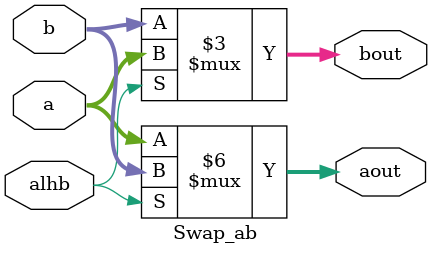
<source format=v>
module Swap_ab(a,b,alhb,aout,bout);
input[23:0] a,b;
input alhb;
output reg[23:0] aout, bout;
always @(alhb or a or b)
begin
if(alhb)
begin
		aout = b;
		bout = a;
end
else
begin 
	aout = a;
	bout = b;
end
end
endmodule
</source>
